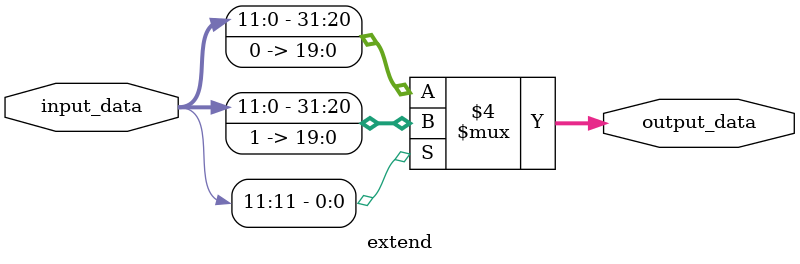
<source format=sv>
module extend(
    input wire [11:0] input_data,
    output reg [31:0] output_data
);

    always @* begin
        if (input_data[11] == 1'b0) begin
            output_data = {input_data, {20{1'b0}}}; // Fill remaining bits with 0s
        end else begin
            output_data = {input_data, {20{1'b1}}}; // Fill remaining bits with 1s
        end
    end

endmodule

</source>
